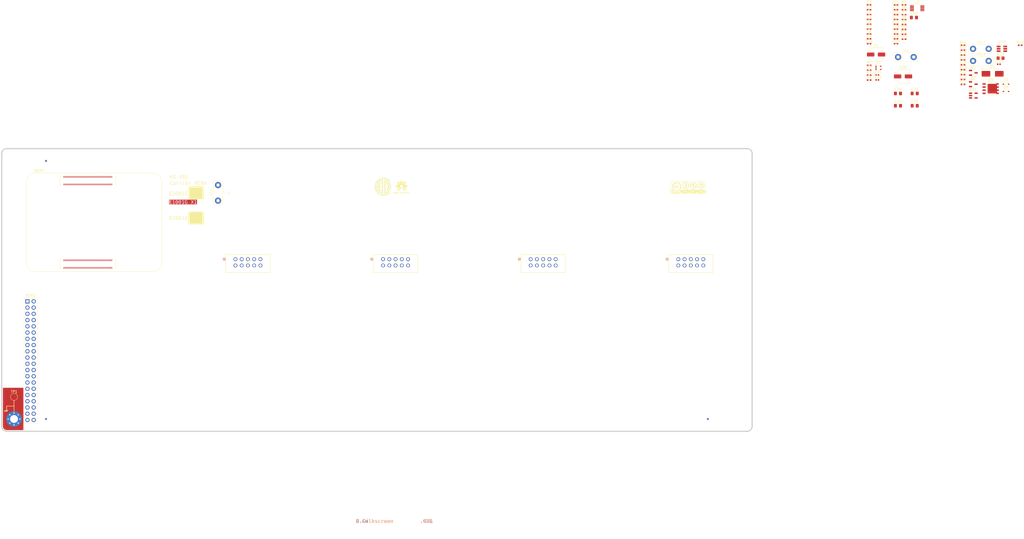
<source format=kicad_pcb>
(kicad_pcb
	(version 20241229)
	(generator "pcbnew")
	(generator_version "9.0")
	(general
		(thickness 1.6)
		(legacy_teardrops no)
	)
	(paper "USLegal")
	(layers
		(0 "F.Cu" signal)
		(4 "In1.Cu" signal)
		(6 "In2.Cu" signal)
		(2 "B.Cu" signal)
		(9 "F.Adhes" user "F.Adhesive")
		(11 "B.Adhes" user "B.Adhesive")
		(13 "F.Paste" user)
		(15 "B.Paste" user)
		(5 "F.SilkS" user "F.Silkscreen")
		(7 "B.SilkS" user "B.Silkscreen")
		(1 "F.Mask" user)
		(3 "B.Mask" user)
		(17 "Dwgs.User" user "User.Drawings")
		(19 "Cmts.User" user "User.Comments")
		(21 "Eco1.User" user "User.Eco1")
		(23 "Eco2.User" user "User.Eco2")
		(25 "Edge.Cuts" user "Board.Outline")
		(27 "Margin" user)
		(31 "F.CrtYd" user "F.Courtyard")
		(29 "B.CrtYd" user "B.Courtyard")
		(35 "F.Fab" user "F.Assembly")
		(33 "B.Fab" user "B.Assembly")
		(39 "User.1" user "Gerber.Title.Block")
		(41 "User.2" user "F.FabNotes")
		(43 "User.3" user "F.FabNotes2")
		(45 "User.4" user "B.FabNotes")
		(47 "User.5" user "B.FabNotes2")
		(49 "User.6" user)
		(51 "User.7" user)
		(53 "User.8" user)
		(55 "User.9" user)
	)
	(setup
		(stackup
			(layer "F.SilkS"
				(type "Top Silk Screen")
			)
			(layer "F.Paste"
				(type "Top Solder Paste")
			)
			(layer "F.Mask"
				(type "Top Solder Mask")
				(thickness 0.01)
			)
			(layer "F.Cu"
				(type "copper")
				(thickness 0.035)
			)
			(layer "dielectric 1"
				(type "prepreg")
				(thickness 0.1)
				(material "FR4")
				(epsilon_r 4.5)
				(loss_tangent 0.02)
			)
			(layer "In1.Cu"
				(type "copper")
				(thickness 0.035)
			)
			(layer "dielectric 2"
				(type "core")
				(thickness 1.24)
				(material "FR4")
				(epsilon_r 4.5)
				(loss_tangent 0.02)
			)
			(layer "In2.Cu"
				(type "copper")
				(thickness 0.035)
			)
			(layer "dielectric 3"
				(type "prepreg")
				(thickness 0.1)
				(material "FR4")
				(epsilon_r 4.5)
				(loss_tangent 0.02)
			)
			(layer "B.Cu"
				(type "copper")
				(thickness 0.035)
			)
			(layer "B.Mask"
				(type "Bottom Solder Mask")
				(thickness 0.01)
			)
			(layer "B.Paste"
				(type "Bottom Solder Paste")
			)
			(layer "B.SilkS"
				(type "Bottom Silk Screen")
			)
			(copper_finish "ENIG")
			(dielectric_constraints no)
		)
		(pad_to_mask_clearance 0)
		(allow_soldermask_bridges_in_footprints no)
		(tenting front back)
		(aux_axis_origin 100 150)
		(grid_origin 100 150)
		(pcbplotparams
			(layerselection 0x00000000_00000000_55555555_5755f5ff)
			(plot_on_all_layers_selection 0x00000000_00000000_00000080_02000000)
			(disableapertmacros no)
			(usegerberextensions yes)
			(usegerberattributes yes)
			(usegerberadvancedattributes yes)
			(creategerberjobfile yes)
			(dashed_line_dash_ratio 12.000000)
			(dashed_line_gap_ratio 3.000000)
			(svgprecision 4)
			(plotframeref no)
			(mode 1)
			(useauxorigin yes)
			(hpglpennumber 1)
			(hpglpenspeed 20)
			(hpglpendiameter 15.000000)
			(pdf_front_fp_property_popups yes)
			(pdf_back_fp_property_popups yes)
			(pdf_metadata yes)
			(pdf_single_document no)
			(dxfpolygonmode yes)
			(dxfimperialunits yes)
			(dxfusepcbnewfont yes)
			(psnegative no)
			(psa4output no)
			(plot_black_and_white yes)
			(sketchpadsonfab no)
			(plotpadnumbers no)
			(hidednponfab no)
			(sketchdnponfab yes)
			(crossoutdnponfab yes)
			(subtractmaskfromsilk no)
			(outputformat 1)
			(mirror no)
			(drillshape 0)
			(scaleselection 1)
			(outputdirectory "2_Fabrication/artwork/")
		)
	)
	(property "art_checked_date" "<art checked date>")
	(property "art_checker" "<art checker>")
	(property "art_eng" "<art engineer>")
	(property "art_eng_date" "<art engineer date>")
	(property "art_prj_eng_date" "<art prj eng date>")
	(property "art_rev" "X1")
	(property "base_pn" "E1001")
	(property "pcb_checked_date" "<pcb checked date>")
	(property "pcb_checker" "<pcb checker>")
	(property "pcb_eng" "<pcb engineer>")
	(property "pcb_eng_date" "<pcb engineer date>")
	(property "pcb_prj_eng_date" "<pcb prj eng date>")
	(property "pcb_rev" "X1")
	(property "pcba_checked_date" "<pcba checked date>")
	(property "pcba_checker" "<pcba checker>")
	(property "pcba_eng" "<pcba engineer>")
	(property "pcba_eng_date" "<pcba engineer date>")
	(property "pcba_name" "Carrier PCBA")
	(property "pcba_prj_eng_date" "<pcba prj eng date>")
	(property "pcba_rev" "X1")
	(property "prj_eng" "D. CLARK")
	(property "prj_license" "<prj license>")
	(property "prj_name" "KG-VRS")
	(property "sch_checked_date" "<sch checked date>")
	(property "sch_checker" "<sch checker>")
	(property "sch_eng" "D. CLARK")
	(property "sch_eng_date" "<sch engineer date>")
	(property "sch_prj_eng_date" "<sch prj eng date>")
	(property "sch_rev" "X1")
	(net 0 "")
	(net 1 "Earth")
	(net 2 "GND")
	(net 3 "+5V")
	(net 4 "+3V3_SOM")
	(net 5 "+1V8_SOM")
	(net 6 "+3V3")
	(net 7 "Net-(U3-XTALIN{slash}CLKIN)")
	(net 8 "Net-(U3-XTALOUT)")
	(net 9 "/Schematic Top Sheet/USB/VBUS_USB_HUB")
	(net 10 "Net-(LED1-A)")
	(net 11 "Net-(LED1-K)")
	(net 12 "Net-(LED2-K)")
	(net 13 "Net-(LED2-A)")
	(net 14 "/Schematic Top Sheet/MCU/WL_~{DISABLE}")
	(net 15 "/Schematic Top Sheet/MCU/BT_~{DISABLE}")
	(net 16 "Net-(U3-SDA{slash}SMBDATA{slash}NON_REM1)")
	(net 17 "Net-(U3-SCL{slash}SMBSCLK{slash}CFG_SEL0)")
	(net 18 "Net-(U3-HS_IND{slash}CFG_SEL1)")
	(net 19 "/Schematic Top Sheet/USB/VBUS_OTG")
	(net 20 "/Schematic Top Sheet/USB/EN_USB_OTG")
	(net 21 "Net-(U3-SUSP_IND{slash}LOCAL_PWR{slash}NON_REM0)")
	(net 22 "Net-(U3-RBIAS)")
	(net 23 "Net-(U5-ILIM)")
	(net 24 "unconnected-(SOM1B-SCL0-Pad80)")
	(net 25 "unconnected-(SOM1B-GPIO23-Pad47)")
	(net 26 "unconnected-(SOM1B-GPIO9-Pad40)")
	(net 27 "unconnected-(SOM1B-ID_SC-Pad35)")
	(net 28 "unconnected-(SOM1F-ETHERNET_SYNC_OUT-Pad18)")
	(net 29 "unconnected-(SOM1B-GPIO8-Pad39)")
	(net 30 "/Schematic Top Sheet/MCU/PI_LED_~{ACTIVITY}")
	(net 31 "unconnected-(SOM1B-GPIO25-Pad41)")
	(net 32 "GNDPWR")
	(net 33 "unconnected-(SOM1B-GPIO12-Pad31)")
	(net 34 "unconnected-(SOM1B-GPIO20-Pad27)")
	(net 35 "unconnected-(SOM1F-ETHERNET_PAIR0_N-Pad10)")
	(net 36 "unconnected-(SOM1B-GPIO16-Pad29)")
	(net 37 "unconnected-(SOM1F-ETHERNET_PAIR2_P-Pad11)")
	(net 38 "/Schematic Top Sheet/POWER_CONDITIONING/VIN_RAW")
	(net 39 "unconnected-(SOM1F-ETHERNET_~{LED3}-Pad19)")
	(net 40 "unconnected-(SOM1F-ETHERNET_PAIR1_P-Pad4)")
	(net 41 "unconnected-(SOM1B-GPIO13-Pad28)")
	(net 42 "unconnected-(SOM1B-GPIO18-Pad49)")
	(net 43 "unconnected-(SOM1B-GPIO6-Pad30)")
	(net 44 "unconnected-(SOM1B-GPIO22-Pad46)")
	(net 45 "unconnected-(SOM1B-GPIO21-Pad25)")
	(net 46 "unconnected-(SOM1B-GPIO4-Pad54)")
	(net 47 "unconnected-(SOM1B-GPIO10-Pad44)")
	(net 48 "unconnected-(SOM1B-GPIO11-Pad38)")
	(net 49 "unconnected-(SOM1F-ETHERNET_SYNC_IN-Pad16)")
	(net 50 "unconnected-(SOM1F-ETHERNET_PAIR3_P-Pad3)")
	(net 51 "/Schematic Top Sheet/MCU/PI_LED_~{PWR}")
	(net 52 "unconnected-(SOM1F-ETHERNET_PAIR1_N-Pad6)")
	(net 53 "unconnected-(SOM1F-ETHERNET_~{LED1}-Pad15)")
	(net 54 "/Schematic Top Sheet/MCU/D+")
	(net 55 "unconnected-(SOM1C-ANALOGIP0-Pad96)")
	(net 56 "unconnected-(SOM1B-GPIO7-Pad37)")
	(net 57 "unconnected-(SOM1B-SDA0-Pad82)")
	(net 58 "unconnected-(SOM1C-CAMERA_GPIO-Pad97)")
	(net 59 "unconnected-(SOM1B-ID_SD-Pad36)")
	(net 60 "unconnected-(SOM1B-GPIO24-Pad45)")
	(net 61 "unconnected-(SOM1B-GPIO26-Pad24)")
	(net 62 "unconnected-(SOM1F-ETHERNET_~{LED2}-Pad17)")
	(net 63 "/Schematic Top Sheet/MCU/MMDVM_SDA")
	(net 64 "unconnected-(SOM1C-ANALOGIP1-Pad94)")
	(net 65 "/Schematic Top Sheet/MCU/~{RPIBOOT}")
	(net 66 "unconnected-(SOM1F-ETHERNET_PAIR2_N-Pad9)")
	(net 67 "unconnected-(SOM1B-GPIO19-Pad26)")
	(net 68 "unconnected-(SOM1F-ETHERNET_PAIR3_N-Pad5)")
	(net 69 "unconnected-(SOM1B-GPIO5-Pad34)")
	(net 70 "unconnected-(SOM1C-GLOBAL_EN-Pad99)")
	(net 71 "unconnected-(SOM1B-GPIO27-Pad48)")
	(net 72 "unconnected-(SOM1F-ETHERNET_PAIR0_P-Pad12)")
	(net 73 "/Schematic Top Sheet/MCU/D-")
	(net 74 "/Schematic Top Sheet/MCU/~{EXTRST}")
	(net 75 "/Schematic Top Sheet/MCU/MMDVM_SCL")
	(net 76 "/Schematic Top Sheet/MCU/EEPROM_~{WP}")
	(net 77 "unconnected-(SOM1C-RUN_PG-Pad92)")
	(net 78 "unconnected-(SOM1B-GPIO17-Pad50)")
	(net 79 "Net-(TP28-PIN1)")
	(net 80 "Net-(TP29-PIN1)")
	(net 81 "/Schematic Top Sheet/USB/USB_HUB_D+")
	(net 82 "/Schematic Top Sheet/USB/USB_OTG_FILT_D-")
	(net 83 "/Schematic Top Sheet/USB/USB_OTG_FILT_D+")
	(net 84 "/Schematic Top Sheet/POWER_CONDITIONING/VIN_CMC")
	(net 85 "/Schematic Top Sheet/USB/USB_HUB_D-")
	(net 86 "unconnected-(J2-Pad8)")
	(net 87 "/Schematic Top Sheet/USB/MODULE1/IN_D-")
	(net 88 "unconnected-(J2-Pad10)")
	(net 89 "/Schematic Top Sheet/USB/MODULE1/IN_D+")
	(net 90 "unconnected-(J2-Pad4)")
	(net 91 "unconnected-(J2-Pad9)")
	(net 92 "unconnected-(J2-Pad2)")
	(net 93 "unconnected-(J2-Pad6)")
	(net 94 "unconnected-(J3-Pad2)")
	(net 95 "unconnected-(J3-Pad9)")
	(net 96 "unconnected-(J3-Pad6)")
	(net 97 "unconnected-(J3-Pad4)")
	(net 98 "/Schematic Top Sheet/USB/MODULE2/IN_D+")
	(net 99 "unconnected-(J3-Pad10)")
	(net 100 "/Schematic Top Sheet/USB/MODULE2/IN_D-")
	(net 101 "unconnected-(J3-Pad8)")
	(net 102 "unconnected-(J4-Pad10)")
	(net 103 "unconnected-(J4-Pad6)")
	(net 104 "unconnected-(J4-Pad2)")
	(net 105 "/Schematic Top Sheet/USB/MODULE3/IN_D-")
	(net 106 "/Schematic Top Sheet/USB/MODULE3/IN_D+")
	(net 107 "unconnected-(J4-Pad9)")
	(net 108 "unconnected-(J4-Pad8)")
	(net 109 "unconnected-(J4-Pad4)")
	(net 110 "/Schematic Top Sheet/USB/MODULE4/IN_D-")
	(net 111 "unconnected-(J5-Pad4)")
	(net 112 "unconnected-(J5-Pad6)")
	(net 113 "/Schematic Top Sheet/USB/MODULE4/IN_D+")
	(net 114 "unconnected-(J5-Pad2)")
	(net 115 "unconnected-(J5-Pad9)")
	(net 116 "unconnected-(J5-Pad10)")
	(net 117 "unconnected-(J5-Pad8)")
	(net 118 "Net-(LED3-K)")
	(net 119 "unconnected-(SOM2-GPIO18-Pad12)")
	(net 120 "unconnected-(SOM2-GPIO0-Pad27)")
	(net 121 "unconnected-(SOM2-GPIO6-Pad31)")
	(net 122 "unconnected-(SOM2-GPIO1-Pad28)")
	(net 123 "unconnected-(SOM2-GPIO4-Pad7)")
	(net 124 "unconnected-(SOM2-GPIO13-Pad33)")
	(net 125 "unconnected-(SOM2-GPIO27-Pad13)")
	(net 126 "unconnected-(SOM2-GPIO5-Pad29)")
	(net 127 "unconnected-(SOM2-GPIO19-Pad35)")
	(net 128 "unconnected-(SOM2-GPIO12-Pad32)")
	(net 129 "/Schematic Top Sheet/POWER_CONDITIONING/VIN_FUSED")
	(net 130 "unconnected-(SOM2-GPIO9-Pad21)")
	(net 131 "unconnected-(SOM2-GPIO7-Pad26)")
	(net 132 "unconnected-(SOM2-GPIO26-Pad37)")
	(net 133 "Net-(TP16-PIN1)")
	(net 134 "unconnected-(SOM2-GPIO24-Pad18)")
	(net 135 "unconnected-(SOM2-GPIO22-Pad15)")
	(net 136 "Net-(Q2-G)")
	(net 137 "unconnected-(SOM2-GPIO23-Pad16)")
	(net 138 "unconnected-(SOM2-3V3_Power-Pad17)")
	(net 139 "unconnected-(SOM2-GPIO8-Pad24)")
	(net 140 "Net-(Q2-D)")
	(net 141 "unconnected-(SOM2-GPIO25-Pad22)")
	(net 142 "unconnected-(SOM2-GPIO16-Pad36)")
	(net 143 "unconnected-(SOM2-GPIO11-Pad23)")
	(net 144 "/Schematic Top Sheet/POWER_CONDITIONING/VIN_SWITCHED")
	(net 145 "unconnected-(SOM2-GPIO10-Pad19)")
	(net 146 "unconnected-(SOM2-3V3_Power-Pad1)")
	(net 147 "unconnected-(SOM2-GPIO17-Pad11)")
	(net 148 "/Schematic Top Sheet/MMDVM/BOOT0")
	(net 149 "Net-(SOM2-GPIO20)")
	(net 150 "Net-(TP20-PIN1)")
	(net 151 "Net-(TP21-PIN1)")
	(net 152 "Net-(TP26-PIN1)")
	(net 153 "/Schematic Top Sheet/POWER_CONDITIONING/VIN")
	(net 154 "/Schematic Top Sheet/MCU/CM_UART1_OUT(TX)")
	(net 155 "/Schematic Top Sheet/MCU/CM_UART1_IN(RX)")
	(net 156 "/Schematic Top Sheet/MMDVM/~{RESET}")
	(footprint "Capacitor_SMD:C_0805_2012Metric_Pad1.18x1.45mm_HandSolder" (layer "F.Cu") (at 396.085 12.56))
	(footprint "Logos:footprint_ddcee_5x5" (layer "F.Cu") (at 180.25 50.5))
	(footprint "Capacitor_SMD:C_0805_2012Metric_Pad1.18x1.45mm_HandSolder" (layer "F.Cu") (at 389.275 12.56))
	(footprint "Resistor_SMD:R_0402_1005Metric_Pad0.72x0.64mm_HandSolder" (layer "F.Cu") (at 391.735 -23.44))
	(footprint "Capacitor_SMD:C_0402_1005Metric_Pad0.74x0.62mm_HandSolder" (layer "F.Cu") (at 388.485 -15.57))
	(footprint "Resistor_SMD:R_0402_1005Metric_Pad0.72x0.64mm_HandSolder" (layer "F.Cu") (at 415.705 -5.06))
	(footprint "Package_SO:PowerPAK_SO-8_Single" (layer "F.Cu") (at 426.955 10.6))
	(footprint "CM4:Raspberry-Pi-4-Compute-Module" (layer "F.Cu") (at 60 65 -90))
	(footprint "DDCEE:TP_2P_Keystone_1430-2" (layer "F.Cu") (at 422.97 -5.59))
	(footprint "Capacitor_SMD:C_0402_1005Metric_Pad0.74x0.62mm_HandSolder" (layer "F.Cu") (at 377.535 -17.54))
	(footprint "Capacitor_SMD:C_0402_1005Metric_Pad0.74x0.62mm_HandSolder" (layer "F.Cu") (at 388.485 -19.51))
	(footprint "Capacitor_SMD:C_0402_1005Metric_Pad0.74x0.62mm_HandSolder" (layer "F.Cu") (at 377.535 -19.51))
	(footprint "Logos:footprint_CC-BY-SA-NC"
		(layer "F.Cu")
		(uuid "39005f16-c023-47c5-a16f-010d1f5a4fa5")
		(at 304 50.75)
		(property "Reference" "G***"
			(at 0 0 0)
			(layer "F.SilkS")
			(hide yes)
			(uuid "9f340920-11cf-4e93-a9c4-41699b5a1c7a")
			(effects
				(font
					(size 1.5 1.5)
					(thickness 0.3)
				)
			)
		)
		(property "Value" "LOGO"
			(at 0.75 0 0)
			(layer "F.SilkS")
			(hide yes)
			(uuid "aac2a62b-dd54-4bd5-b6c8-0612bc4ea450")
			(effects
				(font
					(size 1.5 1.5)
					(thickness 0.3)
				)
			)
		)
		(property "Datasheet" ""
			(at 0 0 0)
			(layer "F.Fab")
			(hide yes)
			(uuid "eda9ee09-9e2b-44f3-af13-8b6b7e9e7565")
			(effects
				(font
					(size 1.27 1.27)
					(thickness 0.15)
				)
			)
		)
		(property "Description" ""
			(at 0 0 0)
			(layer "F.Fab")
			(hide yes)
			(uuid "3ac7399e-2400-4122-8a5b-ab160d25b346")
			(effects
				(font
					(size 1.27 1.27)
					(thickness 0.15)
				)
			)
		)
		(attr board_only exclude_from_pos_files exclude_from_bom allow_missing_courtyard)
		(fp_poly
			(pts
				(xy -1.417054 1.536917) (xy -1.379713 1.539911) (xy -1.35431 1.546153) (xy -1.33492 1.556664) (xy -1.32936 1.560827)
				(xy -1.304279 1.590837) (xy -1.297984 1.625457) (xy -1.306059 1.663744) (xy -1.32936 1.690087) (xy -1.348099 1.702087)
				(xy -1.371064 1.709509) (xy -1.404181 1.713375) (xy -1.453373 1.714708) (xy -1.472258 1.714768)
				(xy -1.583779 1.714768) (xy -1.583779 1.625457) (xy -1.583779 1.536146) (xy -1.472258 1.536146)
			)
			(stroke
				(width 0)
				(type solid)
			)
			(fill yes)
			(layer "F.SilkS")
			(uuid "62538c46-06c2-48ad-abcb-2e71e6e6baba")
		)
		(fp_poly
			(pts
				(xy -1.370046 1.839426) (xy -1.338957 1.847212) (xy -1.32251 1.854481) (xy -1.285176 1.885231) (xy -1.266493 1.925915)
				(xy -1.267296 1.970659) (xy -1.28842 2.013589) (xy -1.298287 2.024681) (xy -1.311528 2.035182) (xy -1.329382 2.042039)
				(xy -1.356759 2.045996) (xy -1.398566 2.047799) (xy -1.453253 2.048195) (xy -1.584706 2.048195)
				(xy -1.581265 1.943999) (xy -1.577825 1.839803) (xy -1.470652 1.836619) (xy -1.41178 1.836156)
			)
			(stroke
				(width 0)
				(type solid)
			)
			(fill yes)
			(layer "F.SilkS")
			(uuid "685b59a4-e9a6-470f-b36f-4de2a244ca92")
		)
		(fp_poly
			(pts
				(xy 5.470153 1.608587) (xy 5.475433 1.621278) (xy 5.486308 1.651687) (xy 5.501046 1.694873) (xy 5.51358 1.73263)
				(xy 5.530322 1.783458) (xy 5.544612 1.82654) (xy 5.554626 1.856394) (xy 5.558156 1.866596) (xy 5.55467 1.874197)
				(xy 5.535409 1.878882) (xy 5.497347 1.881119) (xy 5.461856 1.881481) (xy 5.360077 1.881481) (xy 5.407797 1.747706)
				(xy 5.429546 1.687224) (xy 5.444949 1.646056) (xy 5.455436 1.621008) (xy 5.462441 1.608884) (xy 5.467396 1.606489)
			)
			(stroke
				(width 0)
				(type solid)
			)
			(fill yes)
			(layer "F.SilkS")
			(uuid "e558b11a-e44a-48f1-8f90-3cda8c4621d6")
		)
		(fp_poly
			(pts
				(xy -0.897926 -1.584924) (xy -0.847294 -1.549351) (xy -0.810791 -1.496942) (xy -0.791744 -1.434378)
				(xy -0.79451 -1.381775) (xy -0.81514 -1.327376) (xy -0.849764 -1.27912) (xy -0.879984 -1.253425)
				(xy -0.932715 -1.231337) (xy -0.993136 -1.225919) (xy -1.051926 -1.23717) (xy -1.084854 -1.253425)
				(xy -1.132334 -1.297388) (xy -1.161411 -1.350715) (xy -1.172332 -1.408727) (xy -1.165343 -1.466749)
				(xy -1.140689 -1.520101) (xy -1.098617 -1.564108) (xy -1.067521 -1.582934) (xy -1.009623 -1.603361)
				(xy -0.955756 -1.603875)
			)
			(stroke
				(width 0)
				(type solid)
			)
			(fill yes)
			(layer "F.SilkS")
			(uuid "55dacb03-4e68-4cb3-89df-01fc8ae42f5b")
		)
		(fp_poly
			(pts
				(xy -0.886132 -1.143115) (xy -0.810835 -1.142787) (xy -0.753699 -1.141991) (xy -0.711899 -1.140522)
				(xy -0.682607 -1.138176) (xy -0.662996 -1.134748) (xy -0.650239 -1.130035) (xy -0.64151 -1.123831)
				(xy -0.635953 -1.118129) (xy -0.628939 -1.108912) (xy -0.623535 -1.096698) (xy -0.619533 -1.078514)
				(xy -0.616724 -1.051388) (xy -0.6149 -1.012348) (xy -0.613855 -0.95842) (xy -0.61338 -0.886632)
				(xy -0.613268 -0.794012) (xy -0.613268 -0.793633) (xy -0.613268 -0.494187) (xy -0.693648 -0.490666)
				(xy -0.774027 -0.487145) (xy -0.774027 -0.154262) (xy -0.774027 0.178621) (xy -0.982419 0.178621)
				(xy -1.190811 0.178621) (xy -1.190811 -0.154262) (xy -1.190811 -0.487145) (xy -1.271191 -0.490666)
				(xy -1.351571 -0.494187) (xy -1.351571 -0.793633) (xy -1.351459 -0.886335) (xy -1.350986 -0.958193)
				(xy -1.349943 -1.01218) (xy -1.348123 -1.05127) (xy -1.345318 -1.078433) (xy -1.34132 -1.096644)
				(xy -1.335922 -1.108875) (xy -1.328915 -1.118098) (xy -1.328886 -1.118129) (xy -1.321318 -1.125574)
				(xy -1.311826 -1.131377) (xy -1.297582 -1.135741) (xy -1.27576 -1.138872) (xy -1.243531 -1.140974)
				(xy -1.19807 -1.142251) (xy -1.136549 -1.142908) (xy -1.056141 -1.143148) (xy -0.982419 -1.143179)
			)
			(stroke
				(width 0)
				(type solid)
			)
			(fill yes)
			(layer "F.SilkS")
			(uuid "abdd1571-de3d-481b-aedf-c4f0fdfbd2ae")
		)
		(fp_poly
			(pts
				(xy -5.035831 -0.738057) (xy -4.945268 -0.71134) (xy -4.859119 -0.668131) (xy -4.782887 -0.612103)
				(xy -4.722072 -0.546931) (xy -4.700257 -0.513972) (xy -4.678948 -0.477013) (xy -4.800406 -0.416063)
				(xy -4.85341 -0.389927) (xy -4.889249 -0.373816) (xy -4.911768 -0.366533) (xy -4.924808 -0.366877)
				(xy -4.932212 -0.373652) (xy -4.932857 -0.374756) (xy -4.959949 -0.412884) (xy -4.995704 -0.450285)
				(xy -5.032052 -0.479068) (xy -5.048864 -0.48816) (xy -5.083517 -0.49612) (xy -5.131581 -0.499014)
				(xy -5.159575 -0.498152) (xy -5.226505 -0.487306) (xy -5.277519 -0.462254) (xy -5.317538 -0.419602)
				(xy -5.345083 -0.37023) (xy -5.359155 -0.337376) (xy -5.368248 -0.306938) (xy -5.373428 -0.272142)
				(xy -5.37576 -0.226219) (xy -5.376302 -0.171826) (xy -5.375948 -0.112438) (xy -5.373879 -0.070206)
				(xy -5.368924 -0.038475) (xy -5.35991 -0.01059) (xy -5.345663 0.020104) (xy -5.340788 0.029695)
				(xy -5.298969 0.091135) (xy -5.246617 0.131477) (xy -5.182193 0.151677) (xy -5.139454 0.154544)
				(xy -5.062021 0.1434) (xy -4.994882 0.110829) (xy -4.938413 0.057057) (xy -4.911313 0.017297) (xy -4.904049 0.008331)
				(xy -4.893295 0.005857) (xy -4.874841 0.011142) (xy -4.84448 0.025454) (xy -4.798004 0.050062) (xy -4.792232 0.053179)
				(xy -4.747346 0.077532) (xy -4.711013 0.09742) (xy -4.687858 0.110302) (xy -4.681987 0.113773) (xy -4.682875 0.127061)
				(xy -4.696898 0.152942) (xy -4.720795 0.186733) (xy -4.75131 0.223749) (xy -4.778907 0.253144) (xy -4.86013 0.317894)
				(xy -4.95477 0.365637) (xy -5.058561 0.395323) (xy -5.167239 0.405899) (xy -5.276537 0.396314) (xy -5.319775 0.386518)
				(xy -5.427808 0.346638) (xy -5.519101 0.289917) (xy -5.593324 0.216772) (xy -5.650148 0.127625)
				(xy -5.689241 0.022893) (xy -5.710274 -0.097002) (xy -5.711447 -0.110799) (xy -5.711007 -0.23677)
				(xy -5.690631 -0.352344) (xy -5.651872 -0.456077) (xy -5.596284 -0.546526) (xy -5.525422 -0.622251)
				(xy -5.440837 -0.681807) (xy -5.344086 -0.723752) (xy -5.23672 -0.746645) (xy -5.120294 -0.749042)
			)
			(stroke
				(width 0)
				(type solid)
			)
			(fill yes)
			(layer "F.SilkS")
			(uuid "2baf6bac-649b-4ac4-b350-64bdc697b19b"
... [1798137 chars truncated]
</source>
